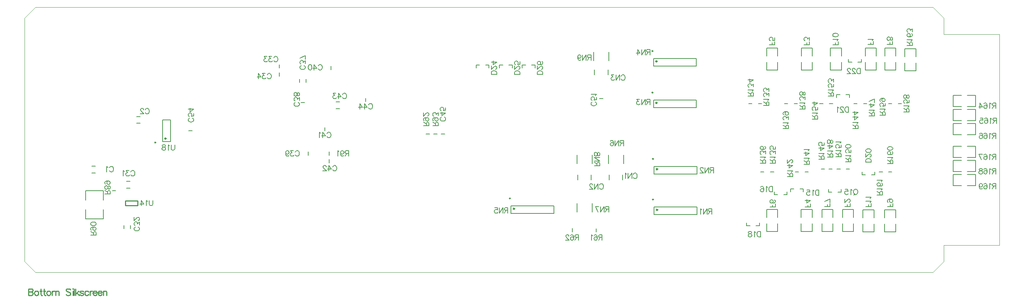
<source format=gbo>
%FSLAX23Y23*%
%MOIN*%
G70*
G01*
G75*
G04 Layer_Color=32896*
%ADD10O,0.024X0.059*%
%ADD11O,0.018X0.067*%
%ADD12O,0.059X0.024*%
%ADD13R,0.071X0.051*%
%ADD14R,0.039X0.039*%
%ADD15R,0.039X0.035*%
%ADD16R,0.039X0.039*%
%ADD17R,0.080X0.050*%
%ADD18R,0.134X0.085*%
%ADD19R,0.041X0.085*%
%ADD20R,0.041X0.085*%
%ADD21R,0.106X0.071*%
%ADD22R,0.035X0.039*%
%ADD23O,0.024X0.087*%
%ADD24R,0.051X0.071*%
%ADD25R,0.047X0.047*%
%ADD26R,0.075X0.134*%
%ADD27O,0.024X0.087*%
%ADD28C,0.040*%
%ADD29R,0.016X0.049*%
%ADD30R,0.071X0.079*%
%ADD31R,0.079X0.031*%
%ADD32R,0.134X0.063*%
%ADD33R,0.026X0.041*%
%ADD34R,0.134X0.075*%
%ADD35R,0.091X0.091*%
%ADD36O,0.087X0.024*%
%ADD37O,0.087X0.024*%
%ADD38R,0.071X0.094*%
%ADD39R,0.084X0.052*%
%ADD40O,0.011X0.067*%
%ADD41O,0.067X0.011*%
%ADD42R,0.141X0.116*%
%ADD43O,0.012X0.047*%
%ADD44R,0.177X0.059*%
%ADD45C,0.008*%
%ADD46C,0.012*%
%ADD47C,0.010*%
%ADD48C,0.025*%
%ADD49C,0.020*%
%ADD50C,0.015*%
%ADD51C,0.012*%
%ADD52C,0.004*%
%ADD53C,0.004*%
%ADD54C,0.118*%
%ADD55C,0.125*%
%ADD56C,0.035*%
%ADD57C,0.118*%
%ADD58C,0.065*%
%ADD59R,0.065X0.065*%
%ADD60R,0.065X0.065*%
%ADD61C,0.039*%
%ADD62C,0.040*%
%ADD63C,0.158*%
%ADD64C,0.168*%
%ADD65C,0.056*%
%ADD66C,0.079*%
%ADD67C,0.079*%
%ADD68C,0.058*%
%ADD69C,0.060*%
%ADD70R,0.071X0.063*%
%ADD71R,0.063X0.071*%
%ADD72R,0.013X0.028*%
%ADD73R,0.018X0.040*%
%ADD74R,0.028X0.039*%
%ADD75C,0.039*%
%ADD76C,0.039*%
%ADD77C,0.010*%
%ADD78C,0.008*%
%ADD79C,0.024*%
%ADD80C,0.012*%
%ADD81C,0.020*%
%ADD82R,2.010X0.213*%
%ADD83R,0.560X0.250*%
%ADD84R,0.920X0.150*%
%ADD85C,0.008*%
D45*
X4895Y880D02*
Y960D01*
X5035Y880D02*
Y960D01*
X5185Y880D02*
Y960D01*
X5325Y880D02*
Y960D01*
X5035Y435D02*
Y515D01*
X4895Y435D02*
Y515D01*
X5191Y1830D02*
Y1910D01*
X5051Y1830D02*
Y1910D01*
X3530Y1230D02*
X3480D01*
X3530D02*
Y1251D01*
X3528Y1259D01*
X3525Y1261D01*
X3520Y1263D01*
X3516D01*
X3511Y1261D01*
X3509Y1259D01*
X3506Y1251D01*
Y1230D01*
Y1247D02*
X3480Y1263D01*
X3513Y1305D02*
X3506Y1303D01*
X3501Y1298D01*
X3499Y1291D01*
Y1289D01*
X3501Y1282D01*
X3506Y1277D01*
X3513Y1275D01*
X3516D01*
X3523Y1277D01*
X3528Y1282D01*
X3530Y1289D01*
Y1291D01*
X3528Y1298D01*
X3523Y1303D01*
X3513Y1305D01*
X3501D01*
X3490Y1303D01*
X3482Y1298D01*
X3480Y1291D01*
Y1286D01*
X3482Y1279D01*
X3487Y1277D01*
X3518Y1321D02*
X3520D01*
X3525Y1324D01*
X3528Y1326D01*
X3530Y1331D01*
Y1340D01*
X3528Y1345D01*
X3525Y1348D01*
X3520Y1350D01*
X3516D01*
X3511Y1348D01*
X3504Y1343D01*
X3480Y1319D01*
Y1352D01*
X3615Y1230D02*
X3565D01*
X3615D02*
Y1251D01*
X3613Y1259D01*
X3610Y1261D01*
X3605Y1263D01*
X3601D01*
X3596Y1261D01*
X3594Y1259D01*
X3591Y1251D01*
Y1230D01*
Y1247D02*
X3565Y1263D01*
X3598Y1305D02*
X3591Y1303D01*
X3586Y1298D01*
X3584Y1291D01*
Y1289D01*
X3586Y1282D01*
X3591Y1277D01*
X3598Y1275D01*
X3601D01*
X3608Y1277D01*
X3613Y1282D01*
X3615Y1289D01*
Y1291D01*
X3613Y1298D01*
X3608Y1303D01*
X3598Y1305D01*
X3586D01*
X3575Y1303D01*
X3567Y1298D01*
X3565Y1291D01*
Y1286D01*
X3567Y1279D01*
X3572Y1277D01*
X3615Y1324D02*
Y1350D01*
X3596Y1336D01*
Y1343D01*
X3594Y1348D01*
X3591Y1350D01*
X3584Y1352D01*
X3579D01*
X3572Y1350D01*
X3567Y1345D01*
X3565Y1338D01*
Y1331D01*
X3567Y1324D01*
X3570Y1321D01*
X3575Y1319D01*
X3672Y1310D02*
X3677Y1307D01*
X3682Y1303D01*
X3684Y1298D01*
Y1288D01*
X3682Y1284D01*
X3677Y1279D01*
X3672Y1276D01*
X3665Y1274D01*
X3653D01*
X3646Y1276D01*
X3641Y1279D01*
X3636Y1284D01*
X3634Y1288D01*
Y1298D01*
X3636Y1303D01*
X3641Y1307D01*
X3646Y1310D01*
X3684Y1348D02*
X3651Y1324D01*
Y1359D01*
X3684Y1348D02*
X3634D01*
X3684Y1397D02*
Y1373D01*
X3663Y1371D01*
X3665Y1373D01*
X3667Y1380D01*
Y1387D01*
X3665Y1394D01*
X3660Y1399D01*
X3653Y1402D01*
X3648D01*
X3641Y1399D01*
X3636Y1394D01*
X3634Y1387D01*
Y1380D01*
X3636Y1373D01*
X3639Y1371D01*
X3644Y1368D01*
X7610Y485D02*
X7560D01*
X7610D02*
Y516D01*
X7586Y485D02*
Y504D01*
X7600Y522D02*
X7603Y526D01*
X7610Y534D01*
X7560D01*
X7600Y558D02*
X7603Y563D01*
X7610Y570D01*
X7560D01*
X7305Y1978D02*
X7255D01*
X7305D02*
Y2009D01*
X7281Y1978D02*
Y1997D01*
X7295Y2015D02*
X7298Y2019D01*
X7305Y2027D01*
X7255D01*
X7305Y2066D02*
X7303Y2058D01*
X7295Y2054D01*
X7284Y2051D01*
X7276D01*
X7265Y2054D01*
X7257Y2058D01*
X7255Y2066D01*
Y2070D01*
X7257Y2078D01*
X7265Y2082D01*
X7276Y2085D01*
X7284D01*
X7295Y2082D01*
X7303Y2078D01*
X7305Y2070D01*
Y2066D01*
X7810Y485D02*
X7760D01*
X7810D02*
Y516D01*
X7786Y485D02*
Y504D01*
X7793Y553D02*
X7786Y550D01*
X7781Y545D01*
X7779Y538D01*
Y536D01*
X7781Y529D01*
X7786Y524D01*
X7793Y522D01*
X7796D01*
X7803Y524D01*
X7808Y529D01*
X7810Y536D01*
Y538D01*
X7808Y545D01*
X7803Y550D01*
X7793Y553D01*
X7781D01*
X7770Y550D01*
X7762Y545D01*
X7760Y538D01*
Y534D01*
X7762Y526D01*
X7767Y524D01*
X7807Y1981D02*
X7757D01*
X7807D02*
Y2012D01*
X7783Y1981D02*
Y2000D01*
X7807Y2030D02*
X7805Y2022D01*
X7800Y2020D01*
X7795D01*
X7790Y2022D01*
X7788Y2027D01*
X7786Y2037D01*
X7783Y2044D01*
X7778Y2049D01*
X7774Y2051D01*
X7767D01*
X7762Y2049D01*
X7759Y2046D01*
X7757Y2039D01*
Y2030D01*
X7759Y2022D01*
X7762Y2020D01*
X7767Y2018D01*
X7774D01*
X7778Y2020D01*
X7783Y2025D01*
X7786Y2032D01*
X7788Y2041D01*
X7790Y2046D01*
X7795Y2049D01*
X7800D01*
X7805Y2046D01*
X7807Y2039D01*
Y2030D01*
X7230Y485D02*
X7180D01*
X7230D02*
Y516D01*
X7206Y485D02*
Y504D01*
X7230Y555D02*
X7180Y531D01*
X7230Y522D02*
Y555D01*
X6725Y480D02*
X6675D01*
X6725D02*
Y511D01*
X6701Y480D02*
Y499D01*
X6718Y545D02*
X6723Y543D01*
X6725Y536D01*
Y531D01*
X6723Y524D01*
X6715Y519D01*
X6704Y517D01*
X6692D01*
X6682Y519D01*
X6677Y524D01*
X6675Y531D01*
Y533D01*
X6677Y540D01*
X6682Y545D01*
X6689Y548D01*
X6692D01*
X6699Y545D01*
X6704Y540D01*
X6706Y533D01*
Y531D01*
X6704Y524D01*
X6699Y519D01*
X6692Y517D01*
X6721Y1978D02*
X6671D01*
X6721D02*
Y2009D01*
X6697Y1978D02*
Y1997D01*
X6721Y2043D02*
Y2019D01*
X6700Y2017D01*
X6702Y2019D01*
X6704Y2027D01*
Y2034D01*
X6702Y2041D01*
X6697Y2046D01*
X6690Y2048D01*
X6685D01*
X6678Y2046D01*
X6673Y2041D01*
X6671Y2034D01*
Y2027D01*
X6673Y2019D01*
X6676Y2017D01*
X6681Y2015D01*
X7050Y480D02*
X7000D01*
X7050D02*
Y511D01*
X7026Y480D02*
Y499D01*
X7050Y540D02*
X7017Y517D01*
Y552D01*
X7050Y540D02*
X7000D01*
X7041Y1978D02*
X6991D01*
X7041D02*
Y2009D01*
X7017Y1978D02*
Y1997D01*
X7041Y2019D02*
Y2046D01*
X7022Y2031D01*
Y2038D01*
X7020Y2043D01*
X7017Y2046D01*
X7010Y2048D01*
X7005D01*
X6998Y2046D01*
X6993Y2041D01*
X6991Y2034D01*
Y2027D01*
X6993Y2019D01*
X6996Y2017D01*
X7001Y2015D01*
X7415Y485D02*
X7365D01*
X7415D02*
Y516D01*
X7391Y485D02*
Y504D01*
X7403Y524D02*
X7405D01*
X7410Y526D01*
X7413Y529D01*
X7415Y534D01*
Y543D01*
X7413Y548D01*
X7410Y550D01*
X7405Y553D01*
X7401D01*
X7396Y550D01*
X7389Y545D01*
X7365Y522D01*
Y555D01*
X7629Y1980D02*
X7579D01*
X7629D02*
Y2011D01*
X7605Y1980D02*
Y1999D01*
X7619Y2017D02*
X7622Y2021D01*
X7629Y2029D01*
X7579D01*
X7510Y1760D02*
Y1710D01*
Y1760D02*
X7493D01*
X7486Y1758D01*
X7481Y1753D01*
X7479Y1748D01*
X7477Y1741D01*
Y1729D01*
X7479Y1722D01*
X7481Y1717D01*
X7486Y1712D01*
X7493Y1710D01*
X7510D01*
X7463Y1748D02*
Y1750D01*
X7461Y1755D01*
X7458Y1758D01*
X7454Y1760D01*
X7444D01*
X7439Y1758D01*
X7437Y1755D01*
X7435Y1750D01*
Y1746D01*
X7437Y1741D01*
X7442Y1734D01*
X7465Y1710D01*
X7432D01*
X7419Y1748D02*
Y1750D01*
X7416Y1755D01*
X7414Y1758D01*
X7409Y1760D01*
X7400D01*
X7395Y1758D01*
X7392Y1755D01*
X7390Y1750D01*
Y1746D01*
X7392Y1741D01*
X7397Y1734D01*
X7421Y1710D01*
X7388D01*
X7401Y1406D02*
Y1356D01*
Y1406D02*
X7384D01*
X7377Y1404D01*
X7372Y1399D01*
X7370Y1394D01*
X7368Y1387D01*
Y1375D01*
X7370Y1368D01*
X7372Y1363D01*
X7377Y1358D01*
X7384Y1356D01*
X7401D01*
X7354Y1394D02*
Y1396D01*
X7352Y1401D01*
X7349Y1404D01*
X7345Y1406D01*
X7335D01*
X7330Y1404D01*
X7328Y1401D01*
X7326Y1396D01*
Y1392D01*
X7328Y1387D01*
X7333Y1380D01*
X7356Y1356D01*
X7323D01*
X7312Y1396D02*
X7307Y1399D01*
X7300Y1406D01*
Y1356D01*
X6700Y670D02*
Y620D01*
Y670D02*
X6683D01*
X6676Y668D01*
X6671Y663D01*
X6669Y658D01*
X6667Y651D01*
Y639D01*
X6669Y632D01*
X6671Y627D01*
X6676Y622D01*
X6683Y620D01*
X6700D01*
X6655Y660D02*
X6651Y663D01*
X6644Y670D01*
Y620D01*
X6590Y663D02*
X6593Y668D01*
X6600Y670D01*
X6605D01*
X6612Y668D01*
X6616Y660D01*
X6619Y649D01*
Y637D01*
X6616Y627D01*
X6612Y622D01*
X6605Y620D01*
X6602D01*
X6595Y622D01*
X6590Y627D01*
X6588Y634D01*
Y637D01*
X6590Y644D01*
X6595Y649D01*
X6602Y651D01*
X6605D01*
X6612Y649D01*
X6616Y644D01*
X6619Y637D01*
X7128Y639D02*
Y589D01*
Y639D02*
X7111D01*
X7104Y637D01*
X7099Y632D01*
X7097Y627D01*
X7095Y620D01*
Y608D01*
X7097Y601D01*
X7099Y596D01*
X7104Y591D01*
X7111Y589D01*
X7128D01*
X7083Y629D02*
X7079Y632D01*
X7072Y639D01*
Y589D01*
X7018Y639D02*
X7042D01*
X7044Y618D01*
X7042Y620D01*
X7035Y622D01*
X7028D01*
X7021Y620D01*
X7016Y615D01*
X7014Y608D01*
Y603D01*
X7016Y596D01*
X7021Y591D01*
X7028Y589D01*
X7035D01*
X7042Y591D01*
X7044Y594D01*
X7047Y599D01*
X2378Y1786D02*
X2383Y1783D01*
X2388Y1779D01*
X2390Y1774D01*
Y1764D01*
X2388Y1760D01*
X2383Y1755D01*
X2378Y1752D01*
X2371Y1750D01*
X2359D01*
X2352Y1752D01*
X2347Y1755D01*
X2342Y1760D01*
X2340Y1764D01*
Y1774D01*
X2342Y1779D01*
X2347Y1783D01*
X2352Y1786D01*
X2390Y1805D02*
Y1831D01*
X2371Y1816D01*
Y1824D01*
X2369Y1828D01*
X2366Y1831D01*
X2359Y1833D01*
X2354D01*
X2347Y1831D01*
X2342Y1826D01*
X2340Y1819D01*
Y1812D01*
X2342Y1805D01*
X2345Y1802D01*
X2350Y1800D01*
X2390Y1878D02*
X2340Y1854D01*
X2390Y1844D02*
Y1878D01*
X2734Y1518D02*
X2737Y1523D01*
X2741Y1528D01*
X2746Y1530D01*
X2756D01*
X2760Y1528D01*
X2765Y1523D01*
X2768Y1518D01*
X2770Y1511D01*
Y1499D01*
X2768Y1492D01*
X2765Y1487D01*
X2760Y1482D01*
X2756Y1480D01*
X2746D01*
X2741Y1482D01*
X2737Y1487D01*
X2734Y1492D01*
X2696Y1530D02*
X2720Y1497D01*
X2685D01*
X2696Y1530D02*
Y1480D01*
X2671Y1530D02*
X2645D01*
X2659Y1511D01*
X2652D01*
X2647Y1509D01*
X2645Y1506D01*
X2642Y1499D01*
Y1494D01*
X2645Y1487D01*
X2650Y1482D01*
X2657Y1480D01*
X2664D01*
X2671Y1482D01*
X2673Y1485D01*
X2676Y1490D01*
X2099Y1858D02*
X2102Y1863D01*
X2106Y1868D01*
X2111Y1870D01*
X2121D01*
X2125Y1868D01*
X2130Y1863D01*
X2133Y1858D01*
X2135Y1851D01*
Y1839D01*
X2133Y1832D01*
X2130Y1827D01*
X2125Y1822D01*
X2121Y1820D01*
X2111D01*
X2106Y1822D01*
X2102Y1827D01*
X2099Y1832D01*
X2080Y1870D02*
X2054D01*
X2069Y1851D01*
X2061D01*
X2057Y1849D01*
X2054Y1846D01*
X2052Y1839D01*
Y1834D01*
X2054Y1827D01*
X2059Y1822D01*
X2066Y1820D01*
X2073D01*
X2080Y1822D01*
X2083Y1825D01*
X2085Y1830D01*
X2036Y1870D02*
X2010D01*
X2024Y1851D01*
X2017D01*
X2012Y1849D01*
X2010Y1846D01*
X2007Y1839D01*
Y1834D01*
X2010Y1827D01*
X2015Y1822D01*
X2022Y1820D01*
X2029D01*
X2036Y1822D01*
X2038Y1825D01*
X2041Y1830D01*
X2039Y1701D02*
X2042Y1706D01*
X2046Y1711D01*
X2051Y1713D01*
X2061D01*
X2065Y1711D01*
X2070Y1706D01*
X2073Y1701D01*
X2075Y1694D01*
Y1682D01*
X2073Y1675D01*
X2070Y1670D01*
X2065Y1665D01*
X2061Y1663D01*
X2051D01*
X2046Y1665D01*
X2042Y1670D01*
X2039Y1675D01*
X2020Y1713D02*
X1994D01*
X2009Y1694D01*
X2001D01*
X1997Y1692D01*
X1994Y1689D01*
X1992Y1682D01*
Y1677D01*
X1994Y1670D01*
X1999Y1665D01*
X2006Y1663D01*
X2013D01*
X2020Y1665D01*
X2023Y1668D01*
X2025Y1673D01*
X1957Y1713D02*
X1981Y1680D01*
X1945D01*
X1957Y1713D02*
Y1663D01*
X8761Y697D02*
Y647D01*
Y697D02*
X8739D01*
X8732Y694D01*
X8730Y692D01*
X8728Y687D01*
Y682D01*
X8730Y678D01*
X8732Y675D01*
X8739Y673D01*
X8761D01*
X8744D02*
X8728Y647D01*
X8716Y687D02*
X8712Y690D01*
X8704Y697D01*
Y647D01*
X8651Y690D02*
X8653Y694D01*
X8661Y697D01*
X8665D01*
X8673Y694D01*
X8677Y687D01*
X8680Y675D01*
Y663D01*
X8677Y654D01*
X8673Y649D01*
X8665Y647D01*
X8663D01*
X8656Y649D01*
X8651Y654D01*
X8649Y661D01*
Y663D01*
X8651Y670D01*
X8656Y675D01*
X8663Y678D01*
X8665D01*
X8673Y675D01*
X8677Y670D01*
X8680Y663D01*
X8607Y680D02*
X8609Y673D01*
X8614Y668D01*
X8621Y666D01*
X8623D01*
X8631Y668D01*
X8635Y673D01*
X8638Y680D01*
Y682D01*
X8635Y690D01*
X8631Y694D01*
X8623Y697D01*
X8621D01*
X8614Y694D01*
X8609Y690D01*
X8607Y680D01*
Y668D01*
X8609Y656D01*
X8614Y649D01*
X8621Y647D01*
X8626D01*
X8633Y649D01*
X8635Y654D01*
X8761Y836D02*
Y786D01*
Y836D02*
X8739D01*
X8732Y834D01*
X8730Y832D01*
X8728Y827D01*
Y822D01*
X8730Y817D01*
X8732Y815D01*
X8739Y813D01*
X8761D01*
X8744D02*
X8728Y786D01*
X8716Y827D02*
X8712Y829D01*
X8704Y836D01*
Y786D01*
X8651Y829D02*
X8653Y834D01*
X8661Y836D01*
X8665D01*
X8673Y834D01*
X8677Y827D01*
X8680Y815D01*
Y803D01*
X8677Y794D01*
X8673Y789D01*
X8665Y786D01*
X8663D01*
X8656Y789D01*
X8651Y794D01*
X8649Y801D01*
Y803D01*
X8651Y810D01*
X8656Y815D01*
X8663Y817D01*
X8665D01*
X8673Y815D01*
X8677Y810D01*
X8680Y803D01*
X8626Y836D02*
X8633Y834D01*
X8635Y829D01*
Y825D01*
X8633Y820D01*
X8628Y817D01*
X8619Y815D01*
X8612Y813D01*
X8607Y808D01*
X8604Y803D01*
Y796D01*
X8607Y791D01*
X8609Y789D01*
X8616Y786D01*
X8626D01*
X8633Y789D01*
X8635Y791D01*
X8638Y796D01*
Y803D01*
X8635Y808D01*
X8631Y813D01*
X8623Y815D01*
X8614Y817D01*
X8609Y820D01*
X8607Y825D01*
Y829D01*
X8609Y834D01*
X8616Y836D01*
X8626D01*
X8761Y968D02*
Y918D01*
Y968D02*
X8739D01*
X8732Y966D01*
X8730Y964D01*
X8728Y959D01*
Y954D01*
X8730Y949D01*
X8732Y947D01*
X8739Y944D01*
X8761D01*
X8744D02*
X8728Y918D01*
X8716Y959D02*
X8712Y961D01*
X8704Y968D01*
Y918D01*
X8651Y961D02*
X8653Y966D01*
X8661Y968D01*
X8665D01*
X8673Y966D01*
X8677Y959D01*
X8680Y947D01*
Y935D01*
X8677Y925D01*
X8673Y921D01*
X8665Y918D01*
X8663D01*
X8656Y921D01*
X8651Y925D01*
X8649Y933D01*
Y935D01*
X8651Y942D01*
X8656Y947D01*
X8663Y949D01*
X8665D01*
X8673Y947D01*
X8677Y942D01*
X8680Y935D01*
X8604Y968D02*
X8628Y918D01*
X8638Y968D02*
X8604D01*
X8761Y1162D02*
Y1112D01*
Y1162D02*
X8739D01*
X8732Y1160D01*
X8730Y1157D01*
X8728Y1153D01*
Y1148D01*
X8730Y1143D01*
X8732Y1141D01*
X8739Y1138D01*
X8761D01*
X8744D02*
X8728Y1112D01*
X8716Y1153D02*
X8712Y1155D01*
X8704Y1162D01*
Y1112D01*
X8651Y1155D02*
X8653Y1160D01*
X8661Y1162D01*
X8665D01*
X8673Y1160D01*
X8677Y1153D01*
X8680Y1141D01*
Y1129D01*
X8677Y1119D01*
X8673Y1115D01*
X8665Y1112D01*
X8663D01*
X8656Y1115D01*
X8651Y1119D01*
X8649Y1126D01*
Y1129D01*
X8651Y1136D01*
X8656Y1141D01*
X8663Y1143D01*
X8665D01*
X8673Y1141D01*
X8677Y1136D01*
X8680Y1129D01*
X8609Y1155D02*
X8612Y1160D01*
X8619Y1162D01*
X8623D01*
X8631Y1160D01*
X8635Y1153D01*
X8638Y1141D01*
Y1129D01*
X8635Y1119D01*
X8631Y1115D01*
X8623Y1112D01*
X8621D01*
X8614Y1115D01*
X8609Y1119D01*
X8607Y1126D01*
Y1129D01*
X8609Y1136D01*
X8614Y1141D01*
X8621Y1143D01*
X8623D01*
X8631Y1141D01*
X8635Y1136D01*
X8638Y1129D01*
X8767Y1302D02*
Y1252D01*
Y1302D02*
X8745D01*
X8738Y1300D01*
X8736Y1297D01*
X8733Y1292D01*
Y1288D01*
X8736Y1283D01*
X8738Y1281D01*
X8745Y1278D01*
X8767D01*
X8750D02*
X8733Y1252D01*
X8722Y1292D02*
X8717Y1295D01*
X8710Y1302D01*
Y1252D01*
X8657Y1295D02*
X8659Y1300D01*
X8667Y1302D01*
X8671D01*
X8678Y1300D01*
X8683Y1292D01*
X8686Y1281D01*
Y1269D01*
X8683Y1259D01*
X8678Y1254D01*
X8671Y1252D01*
X8669D01*
X8662Y1254D01*
X8657Y1259D01*
X8655Y1266D01*
Y1269D01*
X8657Y1276D01*
X8662Y1281D01*
X8669Y1283D01*
X8671D01*
X8678Y1281D01*
X8683Y1276D01*
X8686Y1269D01*
X8615Y1302D02*
X8639D01*
X8641Y1281D01*
X8639Y1283D01*
X8632Y1285D01*
X8625D01*
X8617Y1283D01*
X8613Y1278D01*
X8610Y1271D01*
Y1266D01*
X8613Y1259D01*
X8617Y1254D01*
X8625Y1252D01*
X8632D01*
X8639Y1254D01*
X8641Y1257D01*
X8644Y1261D01*
X8761Y1440D02*
Y1390D01*
Y1440D02*
X8739D01*
X8732Y1437D01*
X8730Y1435D01*
X8728Y1430D01*
Y1425D01*
X8730Y1421D01*
X8732Y1418D01*
X8739Y1416D01*
X8761D01*
X8744D02*
X8728Y1390D01*
X8716Y1430D02*
X8712Y1433D01*
X8704Y1440D01*
Y1390D01*
X8651Y1433D02*
X8653Y1437D01*
X8661Y1440D01*
X8665D01*
X8673Y1437D01*
X8677Y1430D01*
X8680Y1418D01*
Y1406D01*
X8677Y1397D01*
X8673Y1392D01*
X8665Y1390D01*
X8663D01*
X8656Y1392D01*
X8651Y1397D01*
X8649Y1404D01*
Y1406D01*
X8651Y1414D01*
X8656Y1418D01*
X8663Y1421D01*
X8665D01*
X8673Y1418D01*
X8677Y1414D01*
X8680Y1406D01*
X8614Y1440D02*
X8638Y1406D01*
X8602D01*
X8614Y1440D02*
Y1390D01*
X2790Y1000D02*
Y950D01*
Y1000D02*
X2769D01*
X2761Y998D01*
X2759Y995D01*
X2757Y990D01*
Y986D01*
X2759Y981D01*
X2761Y979D01*
X2769Y976D01*
X2790D01*
X2773D02*
X2757Y950D01*
X2715Y983D02*
X2717Y976D01*
X2722Y971D01*
X2729Y969D01*
X2731D01*
X2738Y971D01*
X2743Y976D01*
X2745Y983D01*
Y986D01*
X2743Y993D01*
X2738Y998D01*
X2731Y1000D01*
X2729D01*
X2722Y998D01*
X2717Y993D01*
X2715Y983D01*
Y971D01*
X2717Y960D01*
X2722Y952D01*
X2729Y950D01*
X2734D01*
X2741Y952D01*
X2743Y957D01*
X2701Y990D02*
X2696Y993D01*
X2689Y1000D01*
Y950D01*
X7423Y899D02*
X7373D01*
X7423D02*
Y920D01*
X7421Y928D01*
X7418Y930D01*
X7413Y932D01*
X7409D01*
X7404Y930D01*
X7402Y928D01*
X7399Y920D01*
Y899D01*
Y916D02*
X7373Y932D01*
X7413Y944D02*
X7416Y948D01*
X7423Y955D01*
X7373D01*
X7423Y1009D02*
Y985D01*
X7402Y983D01*
X7404Y985D01*
X7406Y992D01*
Y999D01*
X7404Y1006D01*
X7399Y1011D01*
X7392Y1013D01*
X7387D01*
X7380Y1011D01*
X7375Y1006D01*
X7373Y999D01*
Y992D01*
X7375Y985D01*
X7378Y983D01*
X7383Y980D01*
X7423Y1039D02*
X7421Y1032D01*
X7413Y1027D01*
X7402Y1025D01*
X7394D01*
X7383Y1027D01*
X7375Y1032D01*
X7373Y1039D01*
Y1044D01*
X7375Y1051D01*
X7383Y1056D01*
X7394Y1058D01*
X7402D01*
X7413Y1056D01*
X7421Y1051D01*
X7423Y1044D01*
Y1039D01*
X6847Y1203D02*
X6797D01*
X6847D02*
Y1224D01*
X6845Y1232D01*
X6842Y1234D01*
X6837Y1236D01*
X6833D01*
X6828Y1234D01*
X6826Y1232D01*
X6823Y1224D01*
Y1203D01*
Y1220D02*
X6797Y1236D01*
X6837Y1248D02*
X6840Y1252D01*
X6847Y1259D01*
X6797D01*
X6847Y1289D02*
Y1315D01*
X6828Y1301D01*
Y1308D01*
X6826Y1313D01*
X6823Y1315D01*
X6816Y1317D01*
X6811D01*
X6804Y1315D01*
X6799Y1310D01*
X6797Y1303D01*
Y1296D01*
X6799Y1289D01*
X6802Y1287D01*
X6807Y1284D01*
X6830Y1360D02*
X6823Y1357D01*
X6818Y1352D01*
X6816Y1345D01*
Y1343D01*
X6818Y1336D01*
X6823Y1331D01*
X6830Y1329D01*
X6833D01*
X6840Y1331D01*
X6845Y1336D01*
X6847Y1343D01*
Y1345D01*
X6845Y1352D01*
X6840Y1357D01*
X6830Y1360D01*
X6818D01*
X6807Y1357D01*
X6799Y1352D01*
X6797Y1345D01*
Y1341D01*
X6799Y1333D01*
X6804Y1331D01*
X7041Y874D02*
X6991D01*
X7041D02*
Y895D01*
X7039Y903D01*
X7036Y905D01*
X7031Y907D01*
X7027D01*
X7022Y905D01*
X7020Y903D01*
X7017Y895D01*
Y874D01*
Y891D02*
X6991Y907D01*
X7031Y919D02*
X7034Y923D01*
X7041Y930D01*
X6991D01*
X7041Y979D02*
X7008Y955D01*
Y991D01*
X7041Y979D02*
X6991D01*
X7031Y1000D02*
X7034Y1004D01*
X7041Y1012D01*
X6991D01*
X6524Y1504D02*
X6474D01*
X6524D02*
Y1525D01*
X6522Y1533D01*
X6519Y1535D01*
X6514Y1537D01*
X6510D01*
X6505Y1535D01*
X6503Y1533D01*
X6500Y1525D01*
Y1504D01*
Y1521D02*
X6474Y1537D01*
X6514Y1549D02*
X6517Y1553D01*
X6524Y1560D01*
X6474D01*
X6524Y1590D02*
Y1616D01*
X6505Y1602D01*
Y1609D01*
X6503Y1614D01*
X6500Y1616D01*
X6493Y1618D01*
X6488D01*
X6481Y1616D01*
X6476Y1611D01*
X6474Y1604D01*
Y1597D01*
X6476Y1590D01*
X6479Y1588D01*
X6484Y1585D01*
X6524Y1653D02*
X6491Y1630D01*
Y1665D01*
X6524Y1653D02*
X6474D01*
X6725Y885D02*
X6675D01*
X6725D02*
Y906D01*
X6723Y914D01*
X6720Y916D01*
X6715Y918D01*
X6711D01*
X6706Y916D01*
X6704Y914D01*
X6701Y906D01*
Y885D01*
Y902D02*
X6675Y918D01*
X6715Y930D02*
X6718Y934D01*
X6725Y941D01*
X6675D01*
X6725Y971D02*
Y997D01*
X6706Y983D01*
Y990D01*
X6704Y995D01*
X6701Y997D01*
X6694Y999D01*
X6689D01*
X6682Y997D01*
X6677Y992D01*
X6675Y985D01*
Y978D01*
X6677Y971D01*
X6680Y969D01*
X6685Y966D01*
X6725Y1039D02*
Y1015D01*
X6704Y1013D01*
X6706Y1015D01*
X6708Y1023D01*
Y1030D01*
X6706Y1037D01*
X6701Y1042D01*
X6694Y1044D01*
X6689D01*
X6682Y1042D01*
X6677Y1037D01*
X6675Y1030D01*
Y1023D01*
X6677Y1015D01*
X6680Y1013D01*
X6685Y1011D01*
X7739Y1327D02*
X7689D01*
X7739D02*
Y1348D01*
X7737Y1356D01*
X7734Y1358D01*
X7730Y1360D01*
X7725D01*
X7720Y1358D01*
X7718Y1356D01*
X7715Y1348D01*
Y1327D01*
Y1344D02*
X7689Y1360D01*
X7730Y1372D02*
X7732Y1376D01*
X7739Y1383D01*
X7689D01*
X7739Y1437D02*
Y1413D01*
X7718Y1411D01*
X7720Y1413D01*
X7723Y1420D01*
Y1427D01*
X7720Y1434D01*
X7715Y1439D01*
X7708Y1441D01*
X7704D01*
X7696Y1439D01*
X7692Y1434D01*
X7689Y1427D01*
Y1420D01*
X7692Y1413D01*
X7694Y1411D01*
X7699Y1408D01*
X7723Y1484D02*
X7715Y1481D01*
X7711Y1476D01*
X7708Y1469D01*
Y1467D01*
X7711Y1460D01*
X7715Y1455D01*
X7723Y1453D01*
X7725D01*
X7732Y1455D01*
X7737Y1460D01*
X7739Y1467D01*
Y1469D01*
X7737Y1476D01*
X7732Y1481D01*
X7723Y1484D01*
X7711D01*
X7699Y1481D01*
X7692Y1476D01*
X7689Y1469D01*
Y1465D01*
X7692Y1457D01*
X7696Y1455D01*
X7809Y882D02*
X7759D01*
X7809D02*
Y903D01*
X7807Y911D01*
X7804Y913D01*
X7800Y915D01*
X7795D01*
X7790Y913D01*
X7788Y911D01*
X7785Y903D01*
Y882D01*
Y899D02*
X7759Y915D01*
X7800Y927D02*
X7802Y931D01*
X7809Y938D01*
X7759D01*
X7802Y992D02*
X7807Y989D01*
X7809Y982D01*
Y977D01*
X7807Y970D01*
X7800Y966D01*
X7788Y963D01*
X7776D01*
X7766Y966D01*
X7762Y970D01*
X7759Y977D01*
Y980D01*
X7762Y987D01*
X7766Y992D01*
X7774Y994D01*
X7776D01*
X7783Y992D01*
X7788Y987D01*
X7790Y980D01*
Y977D01*
X7788Y970D01*
X7783Y966D01*
X7776Y963D01*
X7809Y1019D02*
X7807Y1012D01*
X7800Y1007D01*
X7788Y1005D01*
X7781D01*
X7769Y1007D01*
X7762Y1012D01*
X7759Y1019D01*
Y1024D01*
X7762Y1031D01*
X7769Y1036D01*
X7781Y1038D01*
X7788D01*
X7800Y1036D01*
X7807Y1031D01*
X7809Y1024D01*
Y1019D01*
X7115Y1292D02*
X7065D01*
X7115D02*
Y1313D01*
X7113Y1321D01*
X7110Y1323D01*
X7105Y1325D01*
X7101D01*
X7096Y1323D01*
X7094Y1321D01*
X7091Y1313D01*
Y1292D01*
Y1309D02*
X7065Y1325D01*
X7105Y1337D02*
X7108Y1341D01*
X7115Y1348D01*
X7065D01*
X7115Y1402D02*
Y1378D01*
X7094Y1376D01*
X7096Y1378D01*
X7098Y1385D01*
Y1392D01*
X7096Y1399D01*
X7091Y1404D01*
X7084Y1406D01*
X7079D01*
X7072Y1404D01*
X7067Y1399D01*
X7065Y1392D01*
Y1385D01*
X7067Y1378D01*
X7070Y1376D01*
X7075Y1373D01*
X7115Y1441D02*
X7082Y1418D01*
Y1453D01*
X7115Y1441D02*
X7065D01*
X2589Y1158D02*
X2592Y1163D01*
X2596Y1168D01*
X2601Y1170D01*
X2611D01*
X2615Y1168D01*
X2620Y1163D01*
X2623Y1158D01*
X2625Y1151D01*
Y1139D01*
X2623Y1132D01*
X2620Y1127D01*
X2615Y1122D01*
X2611Y1120D01*
X2601D01*
X2596Y1122D01*
X2592Y1127D01*
X2589Y1132D01*
X2551Y1170D02*
X2575Y1137D01*
X2540D01*
X2551Y1170D02*
Y1120D01*
X2531Y1160D02*
X2526Y1163D01*
X2519Y1170D01*
Y1120D01*
X2974Y1423D02*
X2977Y1428D01*
X2981Y1433D01*
X2986Y1435D01*
X2996D01*
X3000Y1433D01*
X3005Y1428D01*
X3008Y1423D01*
X3010Y1416D01*
Y1404D01*
X3008Y1397D01*
X3005Y1392D01*
X3000Y1387D01*
X2996Y1385D01*
X2986D01*
X2981Y1387D01*
X2977Y1392D01*
X2974Y1397D01*
X2936Y1435D02*
X2960Y1402D01*
X2925D01*
X2936Y1435D02*
Y1385D01*
X2892Y1435D02*
X2916Y1402D01*
X2880D01*
X2892Y1435D02*
Y1385D01*
X2323Y1446D02*
X2328Y1443D01*
X2333Y1439D01*
X2335Y1434D01*
Y1424D01*
X2333Y1420D01*
X2328Y1415D01*
X2323Y1412D01*
X2316Y1410D01*
X2304D01*
X2297Y1412D01*
X2292Y1415D01*
X2287Y1420D01*
X2285Y1424D01*
Y1434D01*
X2287Y1439D01*
X2292Y1443D01*
X2297Y1446D01*
X2335Y1465D02*
Y1491D01*
X2316Y1476D01*
Y1484D01*
X2314Y1488D01*
X2311Y1491D01*
X2304Y1493D01*
X2299D01*
X2292Y1491D01*
X2287Y1486D01*
X2285Y1479D01*
Y1472D01*
X2287Y1465D01*
X2290Y1462D01*
X2295Y1460D01*
X2335Y1516D02*
X2333Y1509D01*
X2328Y1507D01*
X2323D01*
X2318Y1509D01*
X2316Y1514D01*
X2314Y1523D01*
X2311Y1530D01*
X2306Y1535D01*
X2302Y1538D01*
X2295D01*
X2290Y1535D01*
X2287Y1533D01*
X2285Y1526D01*
Y1516D01*
X2287Y1509D01*
X2290Y1507D01*
X2295Y1504D01*
X2302D01*
X2306Y1507D01*
X2311Y1511D01*
X2314Y1519D01*
X2316Y1528D01*
X2318Y1533D01*
X2323Y1535D01*
X2328D01*
X2333Y1533D01*
X2335Y1526D01*
Y1516D01*
X2509Y1783D02*
X2512Y1788D01*
X2516Y1793D01*
X2521Y1795D01*
X2531D01*
X2535Y1793D01*
X2540Y1788D01*
X2543Y1783D01*
X2545Y1776D01*
Y1764D01*
X2543Y1757D01*
X2540Y1752D01*
X2535Y1747D01*
X2531Y1745D01*
X2521D01*
X2516Y1747D01*
X2512Y1752D01*
X2509Y1757D01*
X2471Y1795D02*
X2495Y1762D01*
X2460D01*
X2471Y1795D02*
Y1745D01*
X2436Y1795D02*
X2444Y1793D01*
X2448Y1785D01*
X2451Y1774D01*
Y1766D01*
X2448Y1755D01*
X2444Y1747D01*
X2436Y1745D01*
X2432D01*
X2425Y1747D01*
X2420Y1755D01*
X2417Y1766D01*
Y1774D01*
X2420Y1785D01*
X2425Y1793D01*
X2432Y1795D01*
X2436D01*
X2643Y851D02*
X2646Y856D01*
X2650Y861D01*
X2655Y863D01*
X2665D01*
X2669Y861D01*
X2674Y856D01*
X2677Y851D01*
X2679Y844D01*
Y832D01*
X2677Y825D01*
X2674Y820D01*
X2669Y815D01*
X2665Y813D01*
X2655D01*
X2650Y815D01*
X2646Y820D01*
X2643Y825D01*
X2605Y863D02*
X2629Y830D01*
X2594D01*
X2605Y863D02*
Y813D01*
X2582Y851D02*
Y853D01*
X2580Y858D01*
X2578Y861D01*
X2573Y863D01*
X2563D01*
X2559Y861D01*
X2556Y858D01*
X2554Y853D01*
Y849D01*
X2556Y844D01*
X2561Y837D01*
X2585Y813D01*
X2551D01*
X2298Y988D02*
X2301Y993D01*
X2305Y998D01*
X2310Y1000D01*
X2320D01*
X2324Y998D01*
X2329Y993D01*
X2332Y988D01*
X2334Y981D01*
Y969D01*
X2332Y962D01*
X2329Y957D01*
X2324Y952D01*
X2320Y950D01*
X2310D01*
X2305Y952D01*
X2301Y957D01*
X2298Y962D01*
X2279Y1000D02*
X2253D01*
X2268Y981D01*
X2260D01*
X2256Y979D01*
X2253Y976D01*
X2251Y969D01*
Y964D01*
X2253Y957D01*
X2258Y952D01*
X2265Y950D01*
X2272D01*
X2279Y952D01*
X2282Y955D01*
X2284Y960D01*
X2209Y983D02*
X2211Y976D01*
X2216Y971D01*
X2223Y969D01*
X2225D01*
X2233Y971D01*
X2237Y976D01*
X2240Y983D01*
Y986D01*
X2237Y993D01*
X2233Y998D01*
X2225Y1000D01*
X2223D01*
X2216Y998D01*
X2211Y993D01*
X2209Y983D01*
Y971D01*
X2211Y960D01*
X2216Y952D01*
X2223Y950D01*
X2228D01*
X2235Y952D01*
X2237Y957D01*
X983Y542D02*
Y507D01*
X981Y500D01*
X976Y495D01*
X969Y493D01*
X964D01*
X957Y495D01*
X952Y500D01*
X950Y507D01*
Y542D01*
X936Y533D02*
X931Y535D01*
X924Y542D01*
Y493D01*
X876Y542D02*
X900Y509D01*
X864D01*
X876Y542D02*
Y493D01*
X848Y296D02*
X853Y293D01*
X858Y289D01*
X860Y284D01*
Y274D01*
X858Y270D01*
X853Y265D01*
X848Y262D01*
X841Y260D01*
X829D01*
X822Y262D01*
X817Y265D01*
X812Y270D01*
X810Y274D01*
Y284D01*
X812Y289D01*
X817Y293D01*
X822Y296D01*
X860Y315D02*
Y341D01*
X841Y326D01*
Y334D01*
X839Y338D01*
X836Y341D01*
X829Y343D01*
X824D01*
X817Y341D01*
X812Y336D01*
X810Y329D01*
Y322D01*
X812Y315D01*
X815Y312D01*
X820Y310D01*
X848Y357D02*
X850D01*
X855Y359D01*
X858Y361D01*
X860Y366D01*
Y376D01*
X858Y380D01*
X855Y383D01*
X850Y385D01*
X846D01*
X841Y383D01*
X834Y378D01*
X810Y354D01*
Y388D01*
X781Y805D02*
X784Y810D01*
X788Y815D01*
X793Y817D01*
X803D01*
X807Y815D01*
X812Y810D01*
X815Y805D01*
X817Y798D01*
Y786D01*
X815Y779D01*
X812Y774D01*
X807Y769D01*
X803Y767D01*
X793D01*
X788Y769D01*
X784Y774D01*
X781Y779D01*
X762Y817D02*
X736D01*
X751Y798D01*
X743D01*
X739Y796D01*
X736Y793D01*
X734Y786D01*
Y781D01*
X736Y774D01*
X741Y769D01*
X748Y767D01*
X755D01*
X762Y769D01*
X765Y772D01*
X767Y777D01*
X723Y807D02*
X718Y810D01*
X711Y817D01*
Y767D01*
X7263Y1504D02*
X7213D01*
X7263D02*
Y1525D01*
X7261Y1533D01*
X7258Y1535D01*
X7253Y1537D01*
X7249D01*
X7244Y1535D01*
X7242Y1533D01*
X7239Y1525D01*
Y1504D01*
Y1521D02*
X7213Y1537D01*
X7253Y1549D02*
X7256Y1553D01*
X7263Y1560D01*
X7213D01*
X7263Y1614D02*
Y1590D01*
X7242Y1588D01*
X7244Y1590D01*
X7246Y1597D01*
Y1604D01*
X7244Y1611D01*
X7239Y1616D01*
X7232Y1618D01*
X7227D01*
X7220Y1616D01*
X7215Y1611D01*
X7213Y1604D01*
Y1597D01*
X7215Y1590D01*
X7218Y1588D01*
X7223Y1585D01*
X7263Y1634D02*
Y1661D01*
X7244Y1646D01*
Y1653D01*
X7242Y1658D01*
X7239Y1661D01*
X7232Y1663D01*
X7227D01*
X7220Y1661D01*
X7215Y1656D01*
X7213Y1649D01*
Y1642D01*
X7215Y1634D01*
X7218Y1632D01*
X7223Y1630D01*
X7714Y592D02*
X7664D01*
X7714D02*
Y613D01*
X7712Y621D01*
X7709Y623D01*
X7705Y625D01*
X7700D01*
X7695Y623D01*
X7693Y621D01*
X7690Y613D01*
Y592D01*
Y609D02*
X7664Y625D01*
X7705Y637D02*
X7707Y641D01*
X7714Y648D01*
X7664D01*
X7707Y702D02*
X7712Y699D01*
X7714Y692D01*
Y687D01*
X7712Y680D01*
X7705Y676D01*
X7693Y673D01*
X7681D01*
X7671Y676D01*
X7667Y680D01*
X7664Y687D01*
Y690D01*
X7667Y697D01*
X7671Y702D01*
X7679Y704D01*
X7681D01*
X7688Y702D01*
X7693Y697D01*
X7695Y690D01*
Y687D01*
X7693Y680D01*
X7688Y676D01*
X7681Y673D01*
X7705Y715D02*
X7707Y720D01*
X7714Y727D01*
X7664D01*
X7959Y1357D02*
X7909D01*
X7959D02*
Y1378D01*
X7957Y1386D01*
X7954Y1388D01*
X7950Y1390D01*
X7945D01*
X7940Y1388D01*
X7938Y1386D01*
X7935Y1378D01*
Y1357D01*
Y1374D02*
X7909Y1390D01*
X7950Y1402D02*
X7952Y1406D01*
X7959Y1413D01*
X7909D01*
X7959Y1467D02*
Y1443D01*
X7938Y1441D01*
X7940Y1443D01*
X7943Y1450D01*
Y1457D01*
X7940Y1464D01*
X7935Y1469D01*
X7928Y1471D01*
X7924D01*
X7916Y1469D01*
X7912Y1464D01*
X7909Y1457D01*
Y1450D01*
X7912Y1443D01*
X7914Y1441D01*
X7919Y1438D01*
X7959Y1495D02*
X7957Y1487D01*
X7952Y1485D01*
X7947D01*
X7943Y1487D01*
X7940Y1492D01*
X7938Y1502D01*
X7935Y1509D01*
X7931Y1514D01*
X7926Y1516D01*
X7919D01*
X7914Y1514D01*
X7912Y1511D01*
X7909Y1504D01*
Y1495D01*
X7912Y1487D01*
X7914Y1485D01*
X7919Y1483D01*
X7926D01*
X7931Y1485D01*
X7935Y1490D01*
X7938Y1497D01*
X7940Y1506D01*
X7943Y1511D01*
X7947Y1514D01*
X7952D01*
X7957Y1511D01*
X7959Y1504D01*
Y1495D01*
X6635Y885D02*
X6585D01*
X6635D02*
Y906D01*
X6633Y914D01*
X6630Y916D01*
X6625Y918D01*
X6621D01*
X6616Y916D01*
X6614Y914D01*
X6611Y906D01*
Y885D01*
Y902D02*
X6585Y918D01*
X6625Y930D02*
X6628Y934D01*
X6635Y941D01*
X6585D01*
X6635Y971D02*
Y997D01*
X6616Y983D01*
Y990D01*
X6614Y995D01*
X6611Y997D01*
X6604Y999D01*
X6599D01*
X6592Y997D01*
X6587Y992D01*
X6585Y985D01*
Y978D01*
X6587Y971D01*
X6590Y969D01*
X6595Y966D01*
X6628Y1039D02*
X6633Y1037D01*
X6635Y1030D01*
Y1025D01*
X6633Y1018D01*
X6625Y1013D01*
X6614Y1011D01*
X6602D01*
X6592Y1013D01*
X6587Y1018D01*
X6585Y1025D01*
Y1027D01*
X6587Y1034D01*
X6592Y1039D01*
X6599Y1042D01*
X6602D01*
X6609Y1039D01*
X6614Y1034D01*
X6616Y1027D01*
Y1025D01*
X6614Y1018D01*
X6609Y1013D01*
X6602Y1011D01*
X6667Y1418D02*
X6617D01*
X6667D02*
Y1439D01*
X6665Y1447D01*
X6662Y1449D01*
X6657Y1451D01*
X6653D01*
X6648Y1449D01*
X6646Y1447D01*
X6643Y1439D01*
Y1418D01*
Y1435D02*
X6617Y1451D01*
X6657Y1463D02*
X6660Y1467D01*
X6667Y1474D01*
X6617D01*
X6667Y1504D02*
Y1530D01*
X6648Y1516D01*
Y1523D01*
X6646Y1528D01*
X6643Y1530D01*
X6636Y1532D01*
X6631D01*
X6624Y1530D01*
X6619Y1525D01*
X6617Y1518D01*
Y1511D01*
X6619Y1504D01*
X6622Y1502D01*
X6627Y1499D01*
X6667Y1548D02*
Y1575D01*
X6648Y1560D01*
Y1567D01*
X6646Y1572D01*
X6643Y1575D01*
X6636Y1577D01*
X6631D01*
X6624Y1575D01*
X6619Y1570D01*
X6617Y1563D01*
Y1556D01*
X6619Y1548D01*
X6622Y1546D01*
X6627Y1544D01*
X6885Y760D02*
X6835D01*
X6885D02*
Y781D01*
X6883Y789D01*
X6880Y791D01*
X6875Y793D01*
X6871D01*
X6866Y791D01*
X6864Y789D01*
X6861Y781D01*
Y760D01*
Y777D02*
X6835Y793D01*
X6875Y805D02*
X6878Y809D01*
X6885Y816D01*
X6835D01*
X6885Y865D02*
X6852Y841D01*
Y877D01*
X6885Y865D02*
X6835D01*
X6873Y888D02*
X6875D01*
X6880Y890D01*
X6883Y893D01*
X6885Y898D01*
Y907D01*
X6883Y912D01*
X6880Y914D01*
X6875Y917D01*
X6871D01*
X6866Y914D01*
X6859Y909D01*
X6835Y886D01*
Y919D01*
X7001Y1385D02*
X6951D01*
X7001D02*
Y1406D01*
X6999Y1414D01*
X6996Y1416D01*
X6992Y1418D01*
X6987D01*
X6982Y1416D01*
X6980Y1414D01*
X6977Y1406D01*
Y1385D01*
Y1402D02*
X6951Y1418D01*
X6992Y1430D02*
X6994Y1434D01*
X7001Y1441D01*
X6951D01*
X7001Y1471D02*
Y1497D01*
X6982Y1483D01*
Y1490D01*
X6980Y1495D01*
X6977Y1497D01*
X6970Y1499D01*
X6966D01*
X6958Y1497D01*
X6954Y1492D01*
X6951Y1485D01*
Y1478D01*
X6954Y1471D01*
X6956Y1469D01*
X6961Y1466D01*
X7001Y1523D02*
X6999Y1515D01*
X6994Y1513D01*
X6989D01*
X6985Y1515D01*
X6982Y1520D01*
X6980Y1530D01*
X6977Y1537D01*
X6973Y1542D01*
X6968Y1544D01*
X6961D01*
X6956Y1542D01*
X6954Y1539D01*
X6951Y1532D01*
Y1523D01*
X6954Y1515D01*
X6956Y1513D01*
X6961Y1511D01*
X6968D01*
X6973Y1513D01*
X6977Y1518D01*
X6980Y1525D01*
X6982Y1534D01*
X6985Y1539D01*
X6989Y1542D01*
X6994D01*
X6999Y1539D01*
X7001Y1532D01*
Y1523D01*
X7332Y944D02*
X7282D01*
X7332D02*
Y965D01*
X7330Y973D01*
X7327Y975D01*
X7322Y977D01*
X7318D01*
X7313Y975D01*
X7311Y973D01*
X7308Y965D01*
Y944D01*
Y961D02*
X7282Y977D01*
X7322Y989D02*
X7325Y993D01*
X7332Y1000D01*
X7282D01*
X7332Y1054D02*
Y1030D01*
X7311Y1028D01*
X7313Y1030D01*
X7315Y1037D01*
Y1044D01*
X7313Y1051D01*
X7308Y1056D01*
X7301Y1058D01*
X7296D01*
X7289Y1056D01*
X7284Y1051D01*
X7282Y1044D01*
Y1037D01*
X7284Y1030D01*
X7287Y1028D01*
X7292Y1025D01*
X7322Y1070D02*
X7325Y1074D01*
X7332Y1082D01*
X7282D01*
X590Y600D02*
X540D01*
X590D02*
Y621D01*
X588Y629D01*
X585Y631D01*
X580Y633D01*
X576D01*
X571Y631D01*
X569Y629D01*
X566Y621D01*
Y600D01*
Y617D02*
X540Y633D01*
X590Y656D02*
X588Y649D01*
X583Y647D01*
X578D01*
X573Y649D01*
X571Y654D01*
X569Y664D01*
X566Y671D01*
X561Y675D01*
X557Y678D01*
X550D01*
X545Y675D01*
X542Y673D01*
X540Y666D01*
Y656D01*
X542Y649D01*
X545Y647D01*
X550Y645D01*
X557D01*
X561Y647D01*
X566Y652D01*
X569Y659D01*
X571Y668D01*
X573Y673D01*
X578Y675D01*
X583D01*
X588Y673D01*
X590Y666D01*
Y656D01*
X573Y720D02*
X566Y718D01*
X561Y713D01*
X559Y706D01*
Y703D01*
X561Y696D01*
X566Y691D01*
X573Y689D01*
X576D01*
X583Y691D01*
X588Y696D01*
X590Y703D01*
Y706D01*
X588Y713D01*
X583Y718D01*
X573Y720D01*
X561D01*
X550Y718D01*
X542Y713D01*
X540Y706D01*
Y701D01*
X542Y694D01*
X547Y691D01*
X460Y220D02*
X410D01*
X460D02*
Y241D01*
X458Y249D01*
X455Y251D01*
X450Y253D01*
X446D01*
X441Y251D01*
X439Y249D01*
X436Y241D01*
Y220D01*
Y237D02*
X410Y253D01*
X443Y295D02*
X436Y293D01*
X431Y288D01*
X429Y281D01*
Y279D01*
X431Y272D01*
X436Y267D01*
X443Y265D01*
X446D01*
X453Y267D01*
X458Y272D01*
X460Y279D01*
Y281D01*
X458Y288D01*
X453Y293D01*
X443Y295D01*
X431D01*
X420Y293D01*
X412Y288D01*
X410Y281D01*
Y276D01*
X412Y269D01*
X417Y267D01*
X460Y323D02*
X458Y316D01*
X450Y311D01*
X439Y309D01*
X431D01*
X420Y311D01*
X412Y316D01*
X410Y323D01*
Y328D01*
X412Y335D01*
X420Y340D01*
X431Y342D01*
X439D01*
X450Y340D01*
X458Y335D01*
X460Y328D01*
Y323D01*
X7255Y941D02*
X7205D01*
X7255D02*
Y962D01*
X7253Y970D01*
X7250Y972D01*
X7245Y974D01*
X7241D01*
X7236Y972D01*
X7234Y970D01*
X7231Y962D01*
Y941D01*
Y958D02*
X7205Y974D01*
X7245Y986D02*
X7248Y990D01*
X7255Y997D01*
X7205D01*
X7255Y1046D02*
X7222Y1022D01*
Y1058D01*
X7255Y1046D02*
X7205D01*
X7255Y1079D02*
X7253Y1071D01*
X7248Y1069D01*
X7243D01*
X7238Y1071D01*
X7236Y1076D01*
X7234Y1086D01*
X7231Y1093D01*
X7226Y1098D01*
X7222Y1100D01*
X7215D01*
X7210Y1098D01*
X7207Y1095D01*
X7205Y1088D01*
Y1079D01*
X7207Y1071D01*
X7210Y1069D01*
X7215Y1067D01*
X7222D01*
X7226Y1069D01*
X7231Y1074D01*
X7234Y1081D01*
X7236Y1090D01*
X7238Y1095D01*
X7243Y1098D01*
X7248D01*
X7253Y1095D01*
X7255Y1088D01*
Y1079D01*
X7641Y1320D02*
X7591D01*
X7641D02*
Y1341D01*
X7639Y1349D01*
X7636Y1351D01*
X7632Y1353D01*
X7627D01*
X7622Y1351D01*
X7620Y1349D01*
X7617Y1341D01*
Y1320D01*
Y1337D02*
X7591Y1353D01*
X7632Y1365D02*
X7634Y1369D01*
X7641Y1376D01*
X7591D01*
X7641Y1425D02*
X7608Y1401D01*
Y1437D01*
X7641Y1425D02*
X7591D01*
X7641Y1479D02*
X7591Y1455D01*
X7641Y1446D02*
Y1479D01*
X7175Y920D02*
X7125D01*
X7175D02*
Y941D01*
X7173Y949D01*
X7170Y951D01*
X7165Y953D01*
X7161D01*
X7156Y951D01*
X7154Y949D01*
X7151Y941D01*
Y920D01*
Y937D02*
X7125Y953D01*
X7165Y965D02*
X7168Y969D01*
X7175Y976D01*
X7125D01*
X7175Y1025D02*
X7142Y1001D01*
Y1037D01*
X7175Y1025D02*
X7125D01*
X7175Y1074D02*
Y1050D01*
X7154Y1048D01*
X7156Y1050D01*
X7158Y1058D01*
Y1065D01*
X7156Y1072D01*
X7151Y1077D01*
X7144Y1079D01*
X7139D01*
X7132Y1077D01*
X7127Y1072D01*
X7125Y1065D01*
Y1058D01*
X7127Y1050D01*
X7130Y1048D01*
X7135Y1046D01*
X7490Y1205D02*
X7440D01*
X7490D02*
Y1226D01*
X7488Y1234D01*
X7485Y1236D01*
X7480Y1238D01*
X7476D01*
X7471Y1236D01*
X7469Y1234D01*
X7466Y1226D01*
Y1205D01*
Y1222D02*
X7440Y1238D01*
X7480Y1250D02*
X7483Y1254D01*
X7490Y1261D01*
X7440D01*
X7490Y1310D02*
X7457Y1286D01*
Y1322D01*
X7490Y1310D02*
X7440D01*
X7490Y1354D02*
X7457Y1331D01*
Y1366D01*
X7490Y1354D02*
X7440D01*
X7471Y646D02*
X7475Y644D01*
X7480Y639D01*
X7483Y634D01*
X7485Y627D01*
Y615D01*
X7483Y608D01*
X7480Y603D01*
X7475Y598D01*
X7471Y596D01*
X7461D01*
X7456Y598D01*
X7452Y603D01*
X7449Y608D01*
X7447Y615D01*
Y627D01*
X7449Y634D01*
X7452Y639D01*
X7456Y644D01*
X7461Y646D01*
X7471D01*
X7464Y606D02*
X7449Y591D01*
X7435Y636D02*
X7430Y639D01*
X7423Y646D01*
Y596D01*
X7370Y646D02*
X7394D01*
X7396Y625D01*
X7394Y627D01*
X7387Y629D01*
X7380D01*
X7372Y627D01*
X7368Y622D01*
X7365Y615D01*
Y610D01*
X7368Y603D01*
X7372Y598D01*
X7380Y596D01*
X7387D01*
X7394Y598D01*
X7396Y601D01*
X7399Y606D01*
X584Y843D02*
X587Y848D01*
X591Y853D01*
X596Y855D01*
X606D01*
X610Y853D01*
X615Y848D01*
X618Y843D01*
X620Y836D01*
Y824D01*
X618Y817D01*
X615Y812D01*
X610Y807D01*
X606Y805D01*
X596D01*
X591Y807D01*
X587Y812D01*
X584Y817D01*
X570Y845D02*
X565Y848D01*
X558Y855D01*
Y805D01*
X914Y1378D02*
X917Y1383D01*
X921Y1388D01*
X926Y1390D01*
X936D01*
X940Y1388D01*
X945Y1383D01*
X948Y1378D01*
X950Y1371D01*
Y1359D01*
X948Y1352D01*
X945Y1347D01*
X940Y1342D01*
X936Y1340D01*
X926D01*
X921Y1342D01*
X917Y1347D01*
X914Y1352D01*
X898Y1378D02*
Y1380D01*
X895Y1385D01*
X893Y1388D01*
X888Y1390D01*
X879D01*
X874Y1388D01*
X872Y1385D01*
X869Y1380D01*
Y1376D01*
X872Y1371D01*
X876Y1364D01*
X900Y1340D01*
X867D01*
X1348Y1301D02*
X1353Y1298D01*
X1358Y1294D01*
X1360Y1289D01*
Y1279D01*
X1358Y1275D01*
X1353Y1270D01*
X1348Y1267D01*
X1341Y1265D01*
X1329D01*
X1322Y1267D01*
X1317Y1270D01*
X1312Y1275D01*
X1310Y1279D01*
Y1289D01*
X1312Y1294D01*
X1317Y1298D01*
X1322Y1301D01*
X1360Y1343D02*
Y1320D01*
X1339Y1317D01*
X1341Y1320D01*
X1343Y1327D01*
Y1334D01*
X1341Y1341D01*
X1336Y1346D01*
X1329Y1348D01*
X1324D01*
X1317Y1346D01*
X1312Y1341D01*
X1310Y1334D01*
Y1327D01*
X1312Y1320D01*
X1315Y1317D01*
X1320Y1315D01*
X1360Y1383D02*
X1327Y1359D01*
Y1395D01*
X1360Y1383D02*
X1310D01*
X6140Y465D02*
Y415D01*
Y465D02*
X6119D01*
X6111Y463D01*
X6109Y460D01*
X6107Y455D01*
Y451D01*
X6109Y446D01*
X6111Y444D01*
X6119Y441D01*
X6140D01*
X6123D02*
X6107Y415D01*
X6095Y465D02*
Y415D01*
Y465D02*
X6062Y415D01*
Y465D02*
Y415D01*
X6048Y455D02*
X6044Y458D01*
X6036Y465D01*
Y415D01*
X6155Y845D02*
Y795D01*
Y845D02*
X6134D01*
X6126Y843D01*
X6124Y840D01*
X6122Y835D01*
Y831D01*
X6124Y826D01*
X6126Y824D01*
X6134Y821D01*
X6155D01*
X6138D02*
X6122Y795D01*
X6110Y845D02*
Y795D01*
Y845D02*
X6077Y795D01*
Y845D02*
Y795D01*
X6061Y833D02*
Y835D01*
X6059Y840D01*
X6056Y843D01*
X6051Y845D01*
X6042D01*
X6037Y843D01*
X6035Y840D01*
X6032Y835D01*
Y831D01*
X6035Y826D01*
X6040Y819D01*
X6063Y795D01*
X6030D01*
X5570Y1475D02*
Y1425D01*
Y1475D02*
X5549D01*
X5541Y1473D01*
X5539Y1470D01*
X5537Y1465D01*
Y1461D01*
X5539Y1456D01*
X5541Y1454D01*
X5549Y1451D01*
X5570D01*
X5553D02*
X5537Y1425D01*
X5525Y1475D02*
Y1425D01*
Y1475D02*
X5492Y1425D01*
Y1475D02*
Y1425D01*
X5474Y1475D02*
X5447D01*
X5462Y1456D01*
X5455D01*
X5450Y1454D01*
X5447Y1451D01*
X5445Y1444D01*
Y1439D01*
X5447Y1432D01*
X5452Y1427D01*
X5459Y1425D01*
X5466D01*
X5474Y1427D01*
X5476Y1430D01*
X5478Y1435D01*
X5570Y1935D02*
Y1885D01*
Y1935D02*
X5549D01*
X5541Y1933D01*
X5539Y1930D01*
X5537Y1925D01*
Y1921D01*
X5539Y1916D01*
X5541Y1914D01*
X5549Y1911D01*
X5570D01*
X5553D02*
X5537Y1885D01*
X5525Y1935D02*
Y1885D01*
Y1935D02*
X5492Y1885D01*
Y1935D02*
Y1885D01*
X5455Y1935D02*
X5478Y1902D01*
X5443D01*
X5455Y1935D02*
Y1885D01*
X4258Y474D02*
Y424D01*
Y474D02*
X4237D01*
X4229Y472D01*
X4227Y469D01*
X4225Y464D01*
Y460D01*
X4227Y455D01*
X4229Y453D01*
X4237Y450D01*
X4258D01*
X4241D02*
X4225Y424D01*
X4213Y474D02*
Y424D01*
Y474D02*
X4180Y424D01*
Y474D02*
Y424D01*
X4138Y474D02*
X4162D01*
X4164Y453D01*
X4162Y455D01*
X4154Y457D01*
X4147D01*
X4140Y455D01*
X4135Y450D01*
X4133Y443D01*
Y438D01*
X4135Y431D01*
X4140Y426D01*
X4147Y424D01*
X4154D01*
X4162Y426D01*
X4164Y429D01*
X4166Y434D01*
X1185Y1055D02*
Y1019D01*
X1183Y1012D01*
X1178Y1007D01*
X1171Y1005D01*
X1166D01*
X1159Y1007D01*
X1154Y1012D01*
X1152Y1019D01*
Y1055D01*
X1138Y1045D02*
X1133Y1048D01*
X1126Y1055D01*
Y1005D01*
X1089Y1055D02*
X1096Y1053D01*
X1099Y1048D01*
Y1043D01*
X1096Y1038D01*
X1092Y1036D01*
X1082Y1034D01*
X1075Y1031D01*
X1070Y1026D01*
X1068Y1022D01*
Y1015D01*
X1070Y1010D01*
X1073Y1007D01*
X1080Y1005D01*
X1089D01*
X1096Y1007D01*
X1099Y1010D01*
X1101Y1015D01*
Y1022D01*
X1099Y1026D01*
X1094Y1031D01*
X1087Y1034D01*
X1077Y1036D01*
X1073Y1038D01*
X1070Y1043D01*
Y1048D01*
X1073Y1053D01*
X1080Y1055D01*
X1089D01*
X4910Y224D02*
Y174D01*
Y224D02*
X4889D01*
X4881Y222D01*
X4879Y219D01*
X4877Y214D01*
Y210D01*
X4879Y205D01*
X4881Y203D01*
X4889Y200D01*
X4910D01*
X4893D02*
X4877Y174D01*
X4837Y217D02*
X4839Y222D01*
X4846Y224D01*
X4851D01*
X4858Y222D01*
X4863Y214D01*
X4865Y203D01*
Y191D01*
X4863Y181D01*
X4858Y176D01*
X4851Y174D01*
X4849D01*
X4842Y176D01*
X4837Y181D01*
X4835Y188D01*
Y191D01*
X4837Y198D01*
X4842Y203D01*
X4849Y205D01*
X4851D01*
X4858Y203D01*
X4863Y198D01*
X4865Y191D01*
X4821Y212D02*
Y214D01*
X4819Y219D01*
X4816Y222D01*
X4812Y224D01*
X4802D01*
X4797Y222D01*
X4795Y219D01*
X4793Y214D01*
Y210D01*
X4795Y205D01*
X4800Y198D01*
X4824Y174D01*
X4790D01*
X5128Y224D02*
Y174D01*
Y224D02*
X5107D01*
X5099Y222D01*
X5097Y219D01*
X5095Y214D01*
Y210D01*
X5097Y205D01*
X5099Y203D01*
X5107Y200D01*
X5128D01*
X5111D02*
X5095Y174D01*
X5055Y217D02*
X5057Y222D01*
X5064Y224D01*
X5069D01*
X5076Y222D01*
X5081Y214D01*
X5083Y203D01*
Y191D01*
X5081Y181D01*
X5076Y176D01*
X5069Y174D01*
X5067D01*
X5060Y176D01*
X5055Y181D01*
X5053Y188D01*
Y191D01*
X5055Y198D01*
X5060Y203D01*
X5067Y205D01*
X5069D01*
X5076Y203D01*
X5081Y198D01*
X5083Y191D01*
X5042Y214D02*
X5037Y217D01*
X5030Y224D01*
Y174D01*
X5063Y1451D02*
X5068Y1448D01*
X5073Y1444D01*
X5075Y1439D01*
Y1429D01*
X5073Y1425D01*
X5068Y1420D01*
X5063Y1417D01*
X5056Y1415D01*
X5044D01*
X5037Y1417D01*
X5032Y1420D01*
X5027Y1425D01*
X5025Y1429D01*
Y1439D01*
X5027Y1444D01*
X5032Y1448D01*
X5037Y1451D01*
X5075Y1493D02*
Y1470D01*
X5054Y1467D01*
X5056Y1470D01*
X5058Y1477D01*
Y1484D01*
X5056Y1491D01*
X5051Y1496D01*
X5044Y1498D01*
X5039D01*
X5032Y1496D01*
X5027Y1491D01*
X5025Y1484D01*
Y1477D01*
X5027Y1470D01*
X5030Y1467D01*
X5035Y1465D01*
X5065Y1509D02*
X5068Y1514D01*
X5075Y1521D01*
X5025D01*
X7990Y1970D02*
X7940D01*
X7990D02*
Y1991D01*
X7988Y1999D01*
X7985Y2001D01*
X7980Y2003D01*
X7976D01*
X7971Y2001D01*
X7969Y1999D01*
X7966Y1991D01*
Y1970D01*
Y1987D02*
X7940Y2003D01*
X7980Y2015D02*
X7983Y2019D01*
X7990Y2026D01*
X7940D01*
X7983Y2080D02*
X7988Y2077D01*
X7990Y2070D01*
Y2065D01*
X7988Y2058D01*
X7980Y2054D01*
X7969Y2051D01*
X7957D01*
X7947Y2054D01*
X7942Y2058D01*
X7940Y2065D01*
Y2068D01*
X7942Y2075D01*
X7947Y2080D01*
X7954Y2082D01*
X7957D01*
X7964Y2080D01*
X7969Y2075D01*
X7971Y2068D01*
Y2065D01*
X7969Y2058D01*
X7964Y2054D01*
X7957Y2051D01*
X7990Y2098D02*
Y2124D01*
X7971Y2110D01*
Y2117D01*
X7969Y2122D01*
X7966Y2124D01*
X7959Y2126D01*
X7954D01*
X7947Y2124D01*
X7942Y2119D01*
X7940Y2112D01*
Y2105D01*
X7942Y2098D01*
X7945Y2095D01*
X7950Y2093D01*
X5416Y781D02*
X5418Y786D01*
X5423Y790D01*
X5428Y793D01*
X5437D01*
X5442Y790D01*
X5447Y786D01*
X5449Y781D01*
X5451Y774D01*
Y762D01*
X5449Y755D01*
X5447Y750D01*
X5442Y745D01*
X5437Y743D01*
X5428D01*
X5423Y745D01*
X5418Y750D01*
X5416Y755D01*
X5402Y793D02*
Y743D01*
Y793D02*
X5368Y743D01*
Y793D02*
Y743D01*
X5354Y783D02*
X5350Y786D01*
X5343Y793D01*
Y743D01*
X5104Y683D02*
X5107Y688D01*
X5111Y693D01*
X5116Y695D01*
X5126D01*
X5130Y693D01*
X5135Y688D01*
X5138Y683D01*
X5140Y676D01*
Y664D01*
X5138Y657D01*
X5135Y652D01*
X5130Y647D01*
X5126Y645D01*
X5116D01*
X5111Y647D01*
X5107Y652D01*
X5104Y657D01*
X5090Y695D02*
Y645D01*
Y695D02*
X5057Y645D01*
Y695D02*
Y645D01*
X5041Y683D02*
Y685D01*
X5038Y690D01*
X5036Y693D01*
X5031Y695D01*
X5022D01*
X5017Y693D01*
X5015Y690D01*
X5012Y685D01*
Y681D01*
X5015Y676D01*
X5019Y669D01*
X5043Y645D01*
X5010D01*
X5304Y1688D02*
X5307Y1693D01*
X5311Y1698D01*
X5316Y1700D01*
X5326D01*
X5330Y1698D01*
X5335Y1693D01*
X5338Y1688D01*
X5340Y1681D01*
Y1669D01*
X5338Y1662D01*
X5335Y1657D01*
X5330Y1652D01*
X5326Y1650D01*
X5316D01*
X5311Y1652D01*
X5307Y1657D01*
X5304Y1662D01*
X5290Y1700D02*
Y1650D01*
Y1700D02*
X5257Y1650D01*
Y1700D02*
Y1650D01*
X5238Y1700D02*
X5212D01*
X5226Y1681D01*
X5219D01*
X5215Y1679D01*
X5212Y1676D01*
X5210Y1669D01*
Y1664D01*
X5212Y1657D01*
X5217Y1652D01*
X5224Y1650D01*
X5231D01*
X5238Y1652D01*
X5241Y1655D01*
X5243Y1660D01*
X4155Y1705D02*
X4105D01*
X4155D02*
Y1722D01*
X4153Y1729D01*
X4148Y1734D01*
X4143Y1736D01*
X4136Y1738D01*
X4124D01*
X4117Y1736D01*
X4112Y1734D01*
X4107Y1729D01*
X4105Y1722D01*
Y1705D01*
X4143Y1752D02*
X4145D01*
X4150Y1754D01*
X4153Y1757D01*
X4155Y1761D01*
Y1771D01*
X4153Y1776D01*
X4150Y1778D01*
X4145Y1780D01*
X4141D01*
X4136Y1778D01*
X4129Y1773D01*
X4105Y1750D01*
Y1783D01*
X4155Y1818D02*
X4122Y1794D01*
Y1830D01*
X4155Y1818D02*
X4105D01*
X4370Y1705D02*
X4320D01*
X4370D02*
Y1722D01*
X4368Y1729D01*
X4363Y1734D01*
X4358Y1736D01*
X4351Y1738D01*
X4339D01*
X4332Y1736D01*
X4327Y1734D01*
X4322Y1729D01*
X4320Y1722D01*
Y1705D01*
X4358Y1752D02*
X4360D01*
X4365Y1754D01*
X4368Y1757D01*
X4370Y1761D01*
Y1771D01*
X4368Y1776D01*
X4365Y1778D01*
X4360Y1780D01*
X4356D01*
X4351Y1778D01*
X4344Y1773D01*
X4320Y1750D01*
Y1783D01*
X4370Y1823D02*
Y1799D01*
X4349Y1796D01*
X4351Y1799D01*
X4353Y1806D01*
Y1813D01*
X4351Y1820D01*
X4346Y1825D01*
X4339Y1827D01*
X4334D01*
X4327Y1825D01*
X4322Y1820D01*
X4320Y1813D01*
Y1806D01*
X4322Y1799D01*
X4325Y1796D01*
X4330Y1794D01*
X4580Y1705D02*
X4530D01*
X4580D02*
Y1722D01*
X4578Y1729D01*
X4573Y1734D01*
X4568Y1736D01*
X4561Y1738D01*
X4549D01*
X4542Y1736D01*
X4537Y1734D01*
X4532Y1729D01*
X4530Y1722D01*
Y1705D01*
X4568Y1752D02*
X4570D01*
X4575Y1754D01*
X4578Y1757D01*
X4580Y1761D01*
Y1771D01*
X4578Y1776D01*
X4575Y1778D01*
X4570Y1780D01*
X4566D01*
X4561Y1778D01*
X4554Y1773D01*
X4530Y1750D01*
Y1783D01*
X4573Y1823D02*
X4578Y1820D01*
X4580Y1813D01*
Y1808D01*
X4578Y1801D01*
X4570Y1796D01*
X4559Y1794D01*
X4547D01*
X4537Y1796D01*
X4532Y1801D01*
X4530Y1808D01*
Y1811D01*
X4532Y1818D01*
X4537Y1823D01*
X4544Y1825D01*
X4547D01*
X4554Y1823D01*
X4559Y1818D01*
X4561Y1811D01*
Y1808D01*
X4559Y1801D01*
X4554Y1796D01*
X4547Y1794D01*
X5325Y1095D02*
Y1045D01*
Y1095D02*
X5304D01*
X5296Y1093D01*
X5294Y1090D01*
X5292Y1085D01*
Y1081D01*
X5294Y1076D01*
X5296Y1074D01*
X5304Y1071D01*
X5325D01*
X5308D02*
X5292Y1045D01*
X5280Y1095D02*
Y1045D01*
Y1095D02*
X5247Y1045D01*
Y1095D02*
Y1045D01*
X5205Y1088D02*
X5207Y1093D01*
X5214Y1095D01*
X5219D01*
X5226Y1093D01*
X5231Y1085D01*
X5233Y1074D01*
Y1062D01*
X5231Y1052D01*
X5226Y1047D01*
X5219Y1045D01*
X5217D01*
X5210Y1047D01*
X5205Y1052D01*
X5202Y1059D01*
Y1062D01*
X5205Y1069D01*
X5210Y1074D01*
X5217Y1076D01*
X5219D01*
X5226Y1074D01*
X5231Y1069D01*
X5233Y1062D01*
X5190Y485D02*
Y435D01*
Y485D02*
X5169D01*
X5161Y483D01*
X5159Y480D01*
X5157Y475D01*
Y471D01*
X5159Y466D01*
X5161Y464D01*
X5169Y461D01*
X5190D01*
X5173D02*
X5157Y435D01*
X5145Y485D02*
Y435D01*
Y485D02*
X5112Y435D01*
Y485D02*
Y435D01*
X5065Y485D02*
X5089Y435D01*
X5098Y485D02*
X5065D01*
X5105Y860D02*
X5055D01*
X5105D02*
Y881D01*
X5103Y889D01*
X5100Y891D01*
X5095Y893D01*
X5091D01*
X5086Y891D01*
X5084Y889D01*
X5081Y881D01*
Y860D01*
Y877D02*
X5055Y893D01*
X5105Y905D02*
X5055D01*
X5105D02*
X5055Y938D01*
X5105D02*
X5055D01*
X5105Y964D02*
X5103Y956D01*
X5098Y954D01*
X5093D01*
X5088Y956D01*
X5086Y961D01*
X5084Y971D01*
X5081Y978D01*
X5076Y983D01*
X5072Y985D01*
X5065D01*
X5060Y983D01*
X5057Y980D01*
X5055Y973D01*
Y964D01*
X5057Y956D01*
X5060Y954D01*
X5065Y952D01*
X5072D01*
X5076Y954D01*
X5081Y959D01*
X5084Y966D01*
X5086Y975D01*
X5088Y980D01*
X5093Y983D01*
X5098D01*
X5103Y980D01*
X5105Y973D01*
Y964D01*
X5025Y1885D02*
Y1835D01*
Y1885D02*
X5004D01*
X4996Y1883D01*
X4994Y1880D01*
X4992Y1875D01*
Y1871D01*
X4994Y1866D01*
X4996Y1864D01*
X5004Y1861D01*
X5025D01*
X5008D02*
X4992Y1835D01*
X4980Y1885D02*
Y1835D01*
Y1885D02*
X4947Y1835D01*
Y1885D02*
Y1835D01*
X4902Y1868D02*
X4905Y1861D01*
X4910Y1856D01*
X4917Y1854D01*
X4919D01*
X4926Y1856D01*
X4931Y1861D01*
X4933Y1868D01*
Y1871D01*
X4931Y1878D01*
X4926Y1883D01*
X4919Y1885D01*
X4917D01*
X4910Y1883D01*
X4905Y1878D01*
X4902Y1868D01*
Y1856D01*
X4905Y1845D01*
X4910Y1837D01*
X4917Y1835D01*
X4921D01*
X4929Y1837D01*
X4931Y1842D01*
X7610Y895D02*
X7560D01*
X7610D02*
Y912D01*
X7608Y919D01*
X7603Y924D01*
X7598Y926D01*
X7591Y928D01*
X7579D01*
X7572Y926D01*
X7567Y924D01*
X7562Y919D01*
X7560Y912D01*
Y895D01*
X7598Y942D02*
X7600D01*
X7605Y944D01*
X7608Y947D01*
X7610Y951D01*
Y961D01*
X7608Y966D01*
X7605Y968D01*
X7600Y970D01*
X7596D01*
X7591Y968D01*
X7584Y963D01*
X7560Y940D01*
Y973D01*
X7610Y998D02*
X7608Y991D01*
X7600Y986D01*
X7589Y984D01*
X7581D01*
X7570Y986D01*
X7562Y991D01*
X7560Y998D01*
Y1003D01*
X7562Y1010D01*
X7570Y1015D01*
X7581Y1017D01*
X7589D01*
X7600Y1015D01*
X7608Y1010D01*
X7610Y1003D01*
Y998D01*
X6590Y255D02*
Y205D01*
Y255D02*
X6573D01*
X6566Y253D01*
X6561Y248D01*
X6559Y243D01*
X6557Y236D01*
Y224D01*
X6559Y217D01*
X6561Y212D01*
X6566Y207D01*
X6573Y205D01*
X6590D01*
X6545Y245D02*
X6541Y248D01*
X6534Y255D01*
Y205D01*
X6497Y255D02*
X6504Y253D01*
X6506Y248D01*
Y243D01*
X6504Y238D01*
X6499Y236D01*
X6490Y234D01*
X6483Y231D01*
X6478Y226D01*
X6476Y222D01*
Y215D01*
X6478Y210D01*
X6480Y207D01*
X6487Y205D01*
X6497D01*
X6504Y207D01*
X6506Y210D01*
X6509Y215D01*
Y222D01*
X6506Y226D01*
X6502Y231D01*
X6495Y234D01*
X6485Y236D01*
X6480Y238D01*
X6478Y243D01*
Y248D01*
X6480Y253D01*
X6487Y255D01*
X6497D01*
D47*
X730Y538D02*
X844D01*
X730Y494D02*
Y538D01*
Y494D02*
X844D01*
Y538D01*
X-163Y-274D02*
Y-334D01*
Y-274D02*
X-137D01*
X-129Y-277D01*
X-126Y-280D01*
X-123Y-286D01*
Y-291D01*
X-126Y-297D01*
X-129Y-300D01*
X-137Y-303D01*
X-163D02*
X-137D01*
X-129Y-306D01*
X-126Y-309D01*
X-123Y-314D01*
Y-323D01*
X-126Y-329D01*
X-129Y-331D01*
X-137Y-334D01*
X-163D01*
X-95Y-294D02*
X-101Y-297D01*
X-107Y-303D01*
X-110Y-311D01*
Y-317D01*
X-107Y-326D01*
X-101Y-331D01*
X-95Y-334D01*
X-87D01*
X-81Y-331D01*
X-75Y-326D01*
X-72Y-317D01*
Y-311D01*
X-75Y-303D01*
X-81Y-297D01*
X-87Y-294D01*
X-95D01*
X-51Y-274D02*
Y-323D01*
X-48Y-331D01*
X-42Y-334D01*
X-36D01*
X-59Y-294D02*
X-39D01*
X-19Y-274D02*
Y-323D01*
X-16Y-331D01*
X-11Y-334D01*
X-5D01*
X-28Y-294D02*
X-8D01*
X18D02*
X12Y-297D01*
X6Y-303D01*
X4Y-311D01*
Y-317D01*
X6Y-326D01*
X12Y-331D01*
X18Y-334D01*
X26D01*
X32Y-331D01*
X38Y-326D01*
X41Y-317D01*
Y-311D01*
X38Y-303D01*
X32Y-297D01*
X26Y-294D01*
X18D01*
X54D02*
Y-334D01*
Y-306D02*
X62Y-297D01*
X68Y-294D01*
X77D01*
X82Y-297D01*
X85Y-306D01*
Y-334D01*
Y-306D02*
X94Y-297D01*
X100Y-294D01*
X108D01*
X114Y-297D01*
X117Y-306D01*
Y-334D01*
X223Y-283D02*
X217Y-277D01*
X208Y-274D01*
X197D01*
X188Y-277D01*
X183Y-283D01*
Y-289D01*
X185Y-294D01*
X188Y-297D01*
X194Y-300D01*
X211Y-306D01*
X217Y-309D01*
X220Y-311D01*
X223Y-317D01*
Y-326D01*
X217Y-331D01*
X208Y-334D01*
X197D01*
X188Y-331D01*
X183Y-326D01*
X242Y-274D02*
X245Y-277D01*
X247Y-274D01*
X245Y-271D01*
X242Y-274D01*
X245Y-294D02*
Y-334D01*
X258Y-274D02*
Y-334D01*
X271Y-274D02*
Y-334D01*
X299Y-294D02*
X271Y-323D01*
X282Y-311D02*
X302Y-334D01*
X343Y-303D02*
X340Y-297D01*
X331Y-294D01*
X323D01*
X314Y-297D01*
X311Y-303D01*
X314Y-309D01*
X320Y-311D01*
X334Y-314D01*
X340Y-317D01*
X343Y-323D01*
Y-326D01*
X340Y-331D01*
X331Y-334D01*
X323D01*
X314Y-331D01*
X311Y-326D01*
X390Y-303D02*
X384Y-297D01*
X378Y-294D01*
X370D01*
X364Y-297D01*
X358Y-303D01*
X355Y-311D01*
Y-317D01*
X358Y-326D01*
X364Y-331D01*
X370Y-334D01*
X378D01*
X384Y-331D01*
X390Y-326D01*
X403Y-294D02*
Y-334D01*
Y-311D02*
X405Y-303D01*
X411Y-297D01*
X417Y-294D01*
X425D01*
X431Y-311D02*
X465D01*
Y-306D01*
X462Y-300D01*
X459Y-297D01*
X454Y-294D01*
X445D01*
X439Y-297D01*
X434Y-303D01*
X431Y-311D01*
Y-317D01*
X434Y-326D01*
X439Y-331D01*
X445Y-334D01*
X454D01*
X459Y-331D01*
X465Y-326D01*
X478Y-311D02*
X512D01*
Y-306D01*
X509Y-300D01*
X507Y-297D01*
X501Y-294D01*
X492D01*
X487Y-297D01*
X481Y-303D01*
X478Y-311D01*
Y-317D01*
X481Y-326D01*
X487Y-331D01*
X492Y-334D01*
X501D01*
X507Y-331D01*
X512Y-326D01*
X525Y-294D02*
Y-334D01*
Y-306D02*
X534Y-297D01*
X539Y-294D01*
X548D01*
X554Y-297D01*
X557Y-306D01*
Y-334D01*
D52*
X-200Y2224D02*
X-100Y2324D01*
X-200Y-21D02*
X-100Y-121D01*
X8180D02*
X8280Y-21D01*
X8180Y2324D02*
X8280Y2224D01*
X8280D01*
Y2074D02*
Y2224D01*
Y-21D02*
Y129D01*
X-100Y-121D02*
X8180D01*
X-100Y2324D02*
X8180D01*
X-200Y-21D02*
Y2224D01*
D53*
X8280Y2074D02*
X8792D01*
X8280Y129D02*
X8792D01*
Y2074D01*
D77*
X5597Y1537D02*
G03*
X5597Y1537I-5J0D01*
G01*
X5597Y1920D02*
G03*
X5597Y1920I-5J0D01*
G01*
X5602Y925D02*
G03*
X5602Y925I-5J0D01*
G01*
Y550D02*
G03*
X5602Y550I-5J0D01*
G01*
X1010Y1076D02*
G03*
X1010Y1076I-5J0D01*
G01*
X4282Y560D02*
G03*
X4282Y560I-5J0D01*
G01*
D78*
X7644Y778D02*
Y805D01*
X7612Y778D02*
X7644D01*
X7526D02*
X7557D01*
X7526D02*
Y805D01*
X6579Y308D02*
Y335D01*
X6547Y308D02*
X6579D01*
X6461D02*
X6492D01*
X6461D02*
Y335D01*
X5103Y1480D02*
X5135D01*
X4854Y252D02*
Y283D01*
X5074Y251D02*
Y282D01*
X8368Y1278D02*
Y1380D01*
X8573Y1278D02*
Y1380D01*
X8368Y1278D02*
X8443D01*
X8498D02*
X8573D01*
X8368Y1380D02*
X8443D01*
X8498D02*
X8573D01*
X8498Y1250D02*
X8573D01*
X8368D02*
X8443D01*
X8498Y1148D02*
X8573D01*
X8368D02*
X8443D01*
X8573D02*
Y1250D01*
X8368Y1148D02*
Y1250D01*
Y938D02*
Y1040D01*
X8573Y938D02*
Y1040D01*
X8368Y938D02*
X8443D01*
X8498D02*
X8573D01*
X8368Y1040D02*
X8443D01*
X8498D02*
X8573D01*
X8498Y910D02*
X8573D01*
X8368D02*
X8443D01*
X8498Y808D02*
X8573D01*
X8368D02*
X8443D01*
X8573D02*
Y910D01*
X8368Y808D02*
Y910D01*
Y678D02*
Y780D01*
X8573Y678D02*
Y780D01*
X8368Y678D02*
X8443D01*
X8498D02*
X8573D01*
X8368Y780D02*
X8443D01*
X8498D02*
X8573D01*
X7534Y251D02*
X7636D01*
X7534Y456D02*
X7636D01*
Y251D02*
Y326D01*
Y381D02*
Y456D01*
X7534Y251D02*
Y326D01*
Y381D02*
Y456D01*
X7734Y251D02*
X7836D01*
X7734Y456D02*
X7836D01*
Y251D02*
Y326D01*
Y381D02*
Y456D01*
X7734Y251D02*
Y326D01*
Y381D02*
Y456D01*
X7345Y254D02*
X7447D01*
X7345Y459D02*
X7447D01*
Y254D02*
Y329D01*
Y384D02*
Y459D01*
X7345Y254D02*
Y329D01*
Y384D02*
Y459D01*
X7156Y254D02*
X7258D01*
X7156Y459D02*
X7258D01*
Y254D02*
Y329D01*
Y384D02*
Y459D01*
X7156Y254D02*
Y329D01*
Y384D02*
Y459D01*
X6964Y254D02*
X7066D01*
X6964Y459D02*
X7066D01*
Y254D02*
Y329D01*
Y384D02*
Y459D01*
X6964Y254D02*
Y329D01*
Y384D02*
Y459D01*
X6646Y254D02*
X6748D01*
X6646Y459D02*
X6748D01*
Y254D02*
Y329D01*
Y384D02*
Y459D01*
X6646Y254D02*
Y329D01*
Y384D02*
Y459D01*
X7556Y1948D02*
X7658D01*
X7556Y1743D02*
X7658D01*
X7556Y1873D02*
Y1948D01*
Y1743D02*
Y1818D01*
X7658Y1873D02*
Y1948D01*
Y1743D02*
Y1818D01*
X7736Y1948D02*
X7838D01*
X7736Y1743D02*
X7838D01*
X7736Y1873D02*
Y1948D01*
Y1743D02*
Y1818D01*
X7838Y1873D02*
Y1948D01*
Y1743D02*
Y1818D01*
X7234Y1948D02*
X7336D01*
X7234Y1743D02*
X7336D01*
X7234Y1873D02*
Y1948D01*
Y1743D02*
Y1818D01*
X7336Y1873D02*
Y1948D01*
Y1743D02*
Y1818D01*
X6966Y1948D02*
X7068D01*
X6966Y1743D02*
X7068D01*
X6966Y1873D02*
Y1948D01*
Y1743D02*
Y1818D01*
X7068Y1873D02*
Y1948D01*
Y1743D02*
Y1818D01*
X6646Y1948D02*
X6748D01*
X6646Y1743D02*
X6748D01*
X6646Y1873D02*
Y1948D01*
Y1743D02*
Y1818D01*
X6748Y1873D02*
Y1948D01*
Y1743D02*
Y1818D01*
X2150Y1764D02*
Y1796D01*
Y1689D02*
Y1721D01*
X8368Y1408D02*
Y1510D01*
X8573Y1408D02*
Y1510D01*
X8368Y1408D02*
X8443D01*
X8498D02*
X8573D01*
X8368Y1510D02*
X8443D01*
X8498D02*
X8573D01*
X7216Y618D02*
Y645D01*
Y618D02*
X7247D01*
X7302D02*
X7334D01*
Y645D01*
X6984Y620D02*
Y647D01*
X6953D02*
X6984D01*
X6866D02*
X6898D01*
X6866Y620D02*
Y647D01*
X6716Y593D02*
Y620D01*
Y593D02*
X6747D01*
X6802D02*
X6834D01*
Y620D01*
X7409Y1490D02*
Y1517D01*
X7378D02*
X7409D01*
X7291D02*
X7323D01*
X7291Y1490D02*
Y1517D01*
X7401Y1818D02*
Y1845D01*
Y1818D02*
X7432D01*
X7487D02*
X7519D01*
Y1845D01*
X1314Y1185D02*
X1346D01*
X7449Y1435D02*
X7481D01*
X7149Y830D02*
X7181D01*
X7539Y1435D02*
X7571D01*
X7219Y830D02*
X7251D01*
X609Y630D02*
X641D01*
X7294Y830D02*
X7326D01*
X6899Y1435D02*
X6931D01*
X6909Y805D02*
X6941D01*
X6569Y1435D02*
X6601D01*
X6589Y805D02*
X6621D01*
X7859Y1435D02*
X7891D01*
X7684Y805D02*
X7716D01*
X7224Y1435D02*
X7256D01*
X7134D02*
X7166D01*
X7769Y805D02*
X7801D01*
X7769Y1435D02*
X7801D01*
X6681Y805D02*
X6713D01*
X6479Y1435D02*
X6511D01*
X6999Y805D02*
X7031D01*
X6809Y1435D02*
X6841D01*
X7379Y830D02*
X7411D01*
X2610Y959D02*
Y991D01*
X834Y1254D02*
X866D01*
X834Y1316D02*
X866D01*
X421Y794D02*
X453D01*
X421Y857D02*
X453D01*
X741Y654D02*
X773D01*
X741Y717D02*
X773D01*
X778Y280D02*
Y311D01*
X716Y280D02*
Y311D01*
X2674Y1451D02*
X2706D01*
X2674Y1389D02*
X2706D01*
X2398Y1630D02*
Y1661D01*
X2336Y1630D02*
Y1661D01*
X2415Y959D02*
Y991D01*
X2610Y889D02*
Y921D01*
X2625Y1749D02*
Y1781D01*
X2351Y1446D02*
X2383D01*
X2945Y1454D02*
Y1486D01*
X2570Y1184D02*
Y1216D01*
X5603Y1397D02*
Y1468D01*
Y1397D02*
X5997D01*
Y1468D01*
X5603D02*
X5997D01*
X5603Y1780D02*
Y1851D01*
Y1780D02*
X5997D01*
Y1851D01*
X5603D02*
X5997D01*
X5608Y785D02*
Y856D01*
Y785D02*
X6002D01*
Y856D01*
X5608D02*
X6002D01*
X5608Y410D02*
Y481D01*
Y410D02*
X6002D01*
Y481D01*
X5608D02*
X6002D01*
X3644Y1155D02*
X3676D01*
X3574D02*
X3606D01*
X3504Y1155D02*
X3536D01*
X4391Y1765D02*
Y1792D01*
X4423D01*
X4478D02*
X4509D01*
Y1765D02*
Y1792D01*
X4181Y1765D02*
Y1792D01*
X4213D01*
X4268D02*
X4299D01*
Y1765D02*
Y1792D01*
X3966Y1765D02*
Y1792D01*
X3998D01*
X4053D02*
X4084D01*
Y1765D02*
Y1792D01*
X7919Y1867D02*
Y1941D01*
Y1737D02*
Y1811D01*
X8022Y1867D02*
Y1941D01*
Y1737D02*
Y1811D01*
X7919Y1941D02*
X8022D01*
X7919Y1737D02*
X8022D01*
X1074Y1086D02*
X1145D01*
Y1283D01*
X1074D02*
X1145D01*
X1074Y1086D02*
Y1283D01*
X4288Y491D02*
X4682D01*
Y420D02*
Y491D01*
X4288Y420D02*
X4682D01*
X4288D02*
Y491D01*
X362Y630D02*
X528D01*
X362Y370D02*
X528D01*
X362Y543D02*
Y630D01*
Y370D02*
Y457D01*
X528Y543D02*
Y630D01*
Y370D02*
Y457D01*
D80*
X5635Y1442D02*
G03*
X5635Y1442I-6J0D01*
G01*
X5635Y1825D02*
G03*
X5635Y1825I-6J0D01*
G01*
X5640Y830D02*
G03*
X5640Y830I-6J0D01*
G01*
Y455D02*
G03*
X5640Y455I-6J0D01*
G01*
X1106Y1112D02*
G03*
X1106Y1112I-6J0D01*
G01*
X4320Y465D02*
G03*
X4320Y465I-6J0D01*
G01*
D85*
X4902Y730D02*
Y779D01*
X5028Y730D02*
Y779D01*
X5192Y730D02*
Y779D01*
X5318Y730D02*
Y779D01*
X5183Y1700D02*
Y1749D01*
X5057Y1700D02*
Y1749D01*
M02*

</source>
